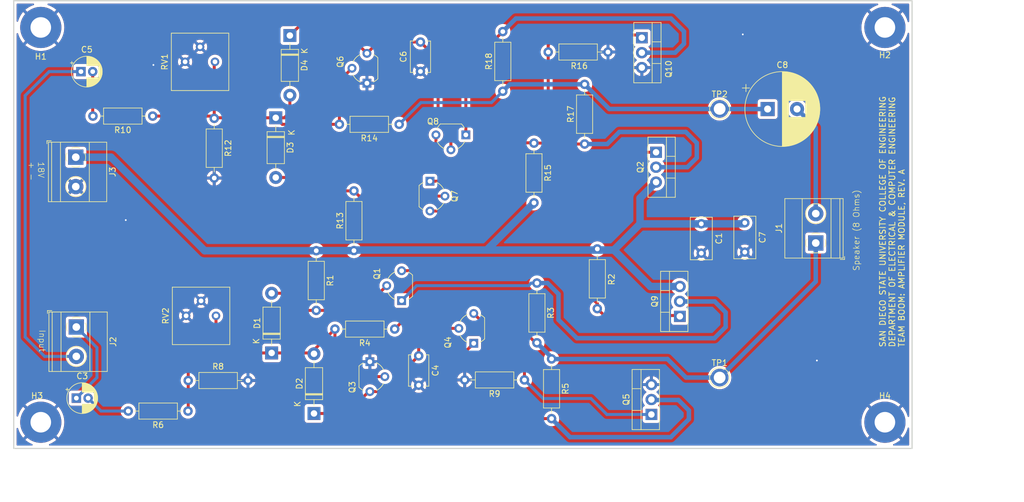
<source format=kicad_pcb>
(kicad_pcb (version 20240108) (generator "pcbnew") (generator_version "8.0")
  (title_block (title "Amplifier PCB") (date "2024-09-08") (rev "A") (company "Team BOOM"))
  (layers (0 "F.Cu" signal) (31 "B.Cu" signal) (34 "B.Paste" user) (35 "F.Paste" user) (36 "B.SilkS" user "B.Silkscreen") (37 "F.SilkS" user "F.Silkscreen") (38 "B.Mask" user) (39 "F.Mask" user) (44 "Edge.Cuts" user))
  (net 0 "")
  (net 1 "Net-(C8-Pad1)")
  (net 2 "Net-(Q10-C)")
  (net 3 "Net-(Q2-C)")
  (net 4 "GND")
  (net 5 "Net-(Q10-B)")
  (net 6 "Net-(D3-K)")
  (net 7 "/18V")
  (net 8 "Net-(D3-A)")
  (net 9 "Net-(C5-Pad2)")
  (net 10 "Net-(Q4-C)")
  (net 11 "Net-(D1-K)")
  (net 12 "Net-(C3-Pad2)")
  (net 13 "Net-(Q4-E)")
  (net 14 "Net-(D1-A)")
  (net 15 "Net-(Q1-C)")
  (net 16 "Net-(Q1-E)")
  (net 17 "Net-(Q2-B)")
  (net 18 "Net-(D4-K)")
  (net 19 "Net-(D2-K)")
  (net 20 "Net-(J2-Pin_2)")
  (net 21 "Net-(J2-Pin_1)")
  (net 22 "Net-(J1-Pin_2)")
  (net 23 "Net-(J1-Pin_1)")
  (footprint "Resistor_THT:R_Axial_DIN0207_L6.3mm_D2.5mm_P10.16mm_Horizontal" (layer "F.Cu") (at 68.12 127.265)
    (property "Reference" "R8" (at 5.08 -2.37 0) (layer "F.SilkS"))
    (property "Value" "1.3k")
    (pad "1" thru_hole circle (at 0 0) (size 1.6 1.6) (drill 0.8) (layers "*.Cu" "*.Mask") (net 11 "Net-(D1-K)"))
    (pad "2" thru_hole oval (at 10.16 0) (size 1.6 1.6) (drill 0.8) (layers "*.Cu" "*.Mask") (net 4 "GND"))
  )
  (footprint "Resistor_THT:R_Axial_DIN0207_L6.3mm_D2.5mm_P10.16mm_Horizontal" (layer "F.Cu") (at 103.98 83.665 180)
    (property "Reference" "R14" (at 5.08 -2.37 180) (layer "F.SilkS"))
    (property "Value" "12k")
    (pad "1" thru_hole circle (at 0 0 180) (size 1.6 1.6) (drill 0.8) (layers "*.Cu" "*.Mask") (net 1 "Net-(C8-Pad1)"))
    (pad "2" thru_hole oval (at 10.16 0 180) (size 1.6 1.6) (drill 0.8) (layers "*.Cu" "*.Mask") (net 6 "Net-(D3-K)"))
  )
  (footprint "TestPoint:TestPoint_Plated_Hole_D2.0mm" (layer "F.Cu") (at 158.4658 126.7648)
    (property "Reference" "TP1" (at 0 -2.498 0) (layer "F.SilkS"))
    (property "Value" "TestPoint")
    (pad "1" thru_hole circle (at 0 0) (size 3 3) (drill 2) (layers "*.Cu" "*.Mask") (net 23 "Net-(J1-Pin_1)"))
  )
  (footprint "Resistor_THT:R_Axial_DIN0207_L6.3mm_D2.5mm_P10.16mm_Horizontal" (layer "F.Cu") (at 72.5424 82.6516 -90)
    (property "Reference" "R12" (at 5.08 -2.37 -90) (layer "F.SilkS"))
    (property "Value" "1.3k")
    (pad "1" thru_hole circle (at 0 0 270) (size 1.6 1.6) (drill 0.8) (layers "*.Cu" "*.Mask") (net 6 "Net-(D3-K)"))
    (pad "2" thru_hole oval (at 10.16 0 270) (size 1.6 1.6) (drill 0.8) (layers "*.Cu" "*.Mask") (net 4 "GND"))
  )
  (footprint "Capacitor_THT:C_Rect_L7.0mm_W3.5mm_P5.00mm" (layer "F.Cu") (at 155.3464 100.598001 -90)
    (property "Reference" "C1" (at 2.5 -3 -90) (layer "F.SilkS"))
    (property "Value" "0.22Uf")
    (pad "1" thru_hole circle (at 0 0 270) (size 1.6 1.6) (drill 0.8) (layers "*.Cu" "*.Mask") (net 7 "/18V"))
    (pad "2" thru_hole circle (at 5 0 270) (size 1.6 1.6) (drill 0.8) (layers "*.Cu" "*.Mask") (net 4 "GND"))
  )
  (footprint "MountingHole:MountingHole_3.5mm_Pad" (layer "F.Cu") (at 43.053 67.183)
    (property "Reference" "H1" (at 0 4.953 0) (layer "F.SilkS"))
    (property "Value" "MountingHole_Pad")
    (pad "1" thru_hole circle (at 0 0) (size 7 7) (drill 3.5) (layers "*.Cu" "*.Mask") (net 4 "GND"))
  )
  (footprint "MountingHole:MountingHole_3.5mm_Pad" (layer "F.Cu") (at 43.053 134.366)
    (property "Reference" "H3" (at -0.635 -4.5 0) (layer "F.SilkS"))
    (property "Value" "MountingHole_Pad")
    (pad "1" thru_hole circle (at 0 0) (size 7 7) (drill 3.5) (layers "*.Cu" "*.Mask") (net 4 "GND"))
  )
  (footprint "Resistor_THT:R_Axial_DIN0207_L6.3mm_D2.5mm_P10.16mm_Horizontal" (layer "F.Cu") (at 126.9 86.865 -90)
    (property "Reference" "R15" (at 5.08 -2.37 -90) (layer "F.SilkS"))
    (property "Value" "10k")
    (pad "1" thru_hole circle (at 0 0 270) (size 1.6 1.6) (drill 0.8) (layers "*.Cu" "*.Mask") (net 17 "Net-(Q2-B)"))
    (pad "2" thru_hole oval (at 10.16 0 270) (size 1.6 1.6) (drill 0.8) (layers "*.Cu" "*.Mask") (net 7 "/18V"))
  )
  (footprint "TerminalBlock_Phoenix:TerminalBlock_Phoenix_MKDS-1,5-2_1x02_P5.00mm_Horizontal" (layer "F.Cu") (at 49 89.265 -90)
    (property "Reference" "J3" (at 2.5 -6.26 90) (layer "F.SilkS"))
    (property "Value" "Power Input")
    (pad "1" thru_hole rect (at 0 0 270) (size 2.6 2.6) (drill 1.3) (layers "*.Cu" "*.Mask") (net 7 "/18V"))
    (pad "2" thru_hole circle (at 5 0 270) (size 2.6 2.6) (drill 1.3) (layers "*.Cu" "*.Mask") (net 4 "GND"))
  )
  (footprint "MountingHole:MountingHole_3.5mm_Pad" (layer "F.Cu") (at 186.563 134.366)
    (property "Reference" "H4" (at 0 -4.5 0) (layer "F.SilkS"))
    (property "Value" "MountingHole_Pad")
    (pad "1" thru_hole circle (at 0 0) (size 7 7) (drill 3.5) (layers "*.Cu" "*.Mask") (net 4 "GND"))
  )
  (footprint "MountingHole:MountingHole_3.5mm_Pad" (layer "F.Cu") (at 186.563 67.183)
    (property "Reference" "H2" (at 0 4.699 0) (layer "F.SilkS"))
    (property "Value" "MountingHole_Pad")
    (pad "1" thru_hole circle (at 0 0) (size 7 7) (drill 3.5) (layers "*.Cu" "*.Mask") (net 4 "GND"))
  )
  (footprint "Resistor_THT:R_Axial_DIN0207_L6.3mm_D2.5mm_P10.16mm_Horizontal" (layer "F.Cu") (at 127.4 110.685 -90)
    (property "Reference" "R3" (at 5.08 -2.37 -90) (layer "F.SilkS"))
    (property "Value" "0.22")
    (pad "1" thru_hole circle (at 0 0 270) (size 1.6 1.6) (drill 0.8) (layers "*.Cu" "*.Mask") (net 16 "Net-(Q1-E)"))
    (pad "2" thru_hole oval (at 10.16 0 270) (size 1.6 1.6) (drill 0.8) (layers "*.Cu" "*.Mask") (net 23 "Net-(J1-Pin_1)"))
  )
  (footprint "Capacitor_THT:CP_Radial_D5.0mm_P2.00mm" (layer "F.Cu") (at 49.1 130.265)
    (property "Reference" "C3" (at 1 -3.75 0) (layer "F.SilkS"))
    (property "Value" "1Uf")
    (pad "1" thru_hole rect (at 0 0) (size 1.6 1.6) (drill 0.8) (layers "*.Cu" "*.Mask") (net 21 "Net-(J2-Pin_1)"))
    (pad "2" thru_hole circle (at 2 0) (size 1.6 1.6) (drill 0.8) (layers "*.Cu" "*.Mask") (net 12 "Net-(C3-Pad2)"))
  )
  (footprint "Package_TO_SOT_THT:TO-220-3_Vertical" (layer "F.Cu") (at 151.7 116.345 90)
    (property "Reference" "Q9" (at 2.54 -4.27 90) (layer "F.SilkS"))
    (property "Value" "QD45H8G")
    (pad "1" thru_hole rect (at 0 0 90) (size 1.905 2) (drill 1.1) (layers "*.Cu" "*.Mask") (net 15 "Net-(Q1-C)"))
    (pad "2" thru_hole oval (at 2.54 0 90) (size 1.905 2) (drill 1.1) (layers "*.Cu" "*.Mask") (net 16 "Net-(Q1-E)"))
    (pad "3" thru_hole oval (at 5.08 0 90) (size 1.905 2) (drill 1.1) (layers "*.Cu" "*.Mask") (net 7 "/18V"))
  )
  (footprint "Resistor_THT:R_Axial_DIN0207_L6.3mm_D2.5mm_P10.16mm_Horizontal" (layer "F.Cu") (at 137.668 115.0366 90)
    (property "Reference" "R2" (at 4.9716 2.432 90) (layer "F.SilkS"))
    (property "Value" "10k")
    (pad "1" thru_hole circle (at 0 0 90) (size 1.6 1.6) (drill 0.8) (layers "*.Cu" "*.Mask") (net 15 "Net-(Q1-C)"))
    (pad "2" thru_hole oval (at 10.16 0 90) (size 1.6 1.6) (drill 0.8) (layers "*.Cu" "*.Mask") (net 7 "/18V"))
  )
  (footprint "Capacitor_THT:CP_Radial_D5.0mm_P2.00mm" (layer "F.Cu") (at 49.8808 74.6948)
    (property "Reference" "C5" (at 1 -3.75 0) (layer "F.SilkS"))
    (property "Value" "1Uf")
    (pad "1" thru_hole rect (at 0 0) (size 1.6 1.6) (drill 0.8) (layers "*.Cu" "*.Mask") (net 20 "Net-(J2-Pin_2)"))
    (pad "2" thru_hole circle (at 2 0) (size 1.6 1.6) (drill 0.8) (layers "*.Cu" "*.Mask") (net 9 "Net-(C5-Pad2)"))
  )
  (footprint "Package_TO_SOT_THT:TO-92_Wide" (layer "F.Cu") (at 98.5 76.665 90)
    (property "Reference" "Q6" (at 3.64 -4.52 90) (layer "F.SilkS"))
    (property "Value" "2N3904")
    (pad "1" thru_hole rect (at 0 0 90) (size 1.5 1.5) (drill 0.8) (layers "*.Cu" "*.Mask") (net 4 "GND"))
    (pad "2" thru_hole circle (at 2.54 -2.54 90) (size 1.5 1.5) (drill 0.8) (layers "*.Cu" "*.Mask") (net 6 "Net-(D3-K)"))
    (pad "3" thru_hole circle (at 5.08 0 90) (size 1.5 1.5) (drill 0.8) (layers "*.Cu" "*.Mask") (net 18 "Net-(D4-K)"))
  )
  (footprint "Diode_THT:D_DO-41_SOD81_P10.16mm_Horizontal" (layer "F.Cu") (at 83 82.555 -90)
    (property "Reference" "D3" (at 5.08 -2.47 -90) (layer "F.SilkS"))
    (property "Value" "1N4148")
    (fp_text user "K" (at 2.51 -2.7 -90) (layer "F.SilkS"))
    (pad "1" thru_hole rect (at 0 0 270) (size 2.2 2.2) (drill 1.1) (layers "*.Cu" "*.Mask") (net 6 "Net-(D3-K)"))
    (pad "2" thru_hole oval (at 10.16 0 270) (size 2.2 2.2) (drill 1.1) (layers "*.Cu" "*.Mask") (net 8 "Net-(D3-A)"))
  )
  (footprint "Capacitor_THT:C_Disc_D5.1mm_W3.2mm_P5.00mm" (layer "F.Cu") (at 107.6 69.665 -90)
    (property "Reference" "C6" (at 2.5 2.9 -90) (layer "F.SilkS"))
    (property "Value" "1nF")
    (pad "1" thru_hole circle (at 0 0 270) (size 1.6 1.6) (drill 0.8) (layers "*.Cu" "*.Mask") (net 18 "Net-(D4-K)"))
    (pad "2" thru_hole circle (at 5 0 270) (size 1.6 1.6) (drill 0.8) (layers "*.Cu" "*.Mask") (net 4 "GND"))
  )
  (footprint "Resistor_THT:R_Axial_DIN0207_L6.3mm_D2.5mm_P10.16mm_Horizontal" (layer "F.Cu") (at 62.08 82.265 180)
    (property "Reference" "R10" (at 5.08 -2.37 180) (layer "F.SilkS"))
    (property "Value" "4.7k")
    (pad "1" thru_hole circle (at 0 0 180) (size 1.6 1.6) (drill 0.8) (layers "*.Cu" "*.Mask") (net 6 "Net-(D3-K)"))
    (pad "2" thru_hole oval (at 10.16 0 180) (size 1.6 1.6) (drill 0.8) (layers "*.Cu" "*.Mask") (net 9 "Net-(C5-Pad2)"))
  )
  (footprint "Package_TO_SOT_THT:TO-220-3_Vertical" (layer "F.Cu") (at 146.8628 133.0452 90)
    (property "Reference" "Q5" (at 2.54 -4.27 90) (layer "F.SilkS"))
    (property "Value" "QD44H8G")
    (pad "1" thru_hole rect (at 0 0 90) (size 1.905 2) (drill 1.1) (layers "*.Cu" "*.Mask") (net 10 "Net-(Q4-C)"))
    (pad "2" thru_hole oval (at 2.54 0 90) (size 1.905 2) (drill 1.1) (layers "*.Cu" "*.Mask") (net 13 "Net-(Q4-E)"))
    (pad "3" thru_hole oval (at 5.08 0 90) (size 1.905 2) (drill 1.1) (layers "*.Cu" "*.Mask") (net 4 "GND"))
  )
  (footprint "Capacitor_THT:C_Disc_D5.1mm_W3.2mm_P5.00mm" (layer "F.Cu") (at 107.3 123.065 -90)
    (property "Reference" "C4" (at 2.5 -2.85 -90) (layer "F.SilkS"))
    (property "Value" "1nF")
    (pad "1" thru_hole circle (at 0 0 270) (size 1.6 1.6) (drill 0.8) (layers "*.Cu" "*.Mask") (net 19 "Net-(D2-K)"))
    (pad "2" thru_hole circle (at 5 0 270) (size 1.6 1.6) (drill 0.8) (layers "*.Cu" "*.Mask") (net 4 "GND"))
  )
  (footprint "Resistor_THT:R_Axial_DIN0207_L6.3mm_D2.5mm_P10.16mm_Horizontal" (layer "F.Cu") (at 68.08 132.465 180)
    (property "Reference" "R6" (at 5.08 -2.37 180) (layer "F.SilkS"))
    (property "Value" "4.7k")
    (pad "1" thru_hole circle (at 0 0 180) (size 1.6 1.6) (drill 0.8) (layers "*.Cu" "*.Mask") (net 11 "Net-(D1-K)"))
    (pad "2" thru_hole oval (at 10.16 0 180) (size 1.6 1.6) (drill 0.8) (layers "*.Cu" "*.Mask") (net 12 "Net-(C3-Pad2)"))
  )
  (footprint "Package_TO_SOT_THT:TO-220-3_Vertical" (layer "F.Cu") (at 145.2372 68.9356 -90)
    (property "Reference" "Q10" (at 5.3294 -4.5628 90) (layer "F.SilkS"))
    (property "Value" "QD44H8G")
    (pad "1" thru_hole rect (at 0 0 270) (size 1.905 2) (drill 1.1) (layers "*.Cu" "*.Mask") (net 5 "Net-(Q10-B)"))
    (pad "2" thru_hole oval (at 2.54 0 270) (size 1.905 2) (drill 1.1) (layers "*.Cu" "*.Mask") (net 2 "Net-(Q10-C)"))
    (pad "3" thru_hole oval (at 5.08 0 270) (size 1.905 2) (drill 1.1) (layers "*.Cu" "*.Mask") (net 4 "GND"))
  )
  (footprint "Potentiometer_THT:Potentiometer_Bourns_3386P_Vertical" (layer "F.Cu") (at 72.6694 73.025 90)
    (property "Reference" "RV1" (at -0.015 -8.555 90) (layer "F.SilkS"))
    (property "Value" "R_Potentiometer")
    (pad "1" thru_hole circle (at 0 0 90) (size 1.44 1.44) (drill 0.8) (layers "*.Cu" "*.Mask") (net 6 "Net-(D3-K)"))
    (pad "2" thru_hole circle (at 2.54 -2.54 90) (size 1.44 1.44) (drill 0.8) (layers "*.Cu" "*.Mask") (net 4 "GND"))
    (pad "3" thru_hole circle (at 0 -5.08 90) (size 1.44 1.44) (drill 0.8) (layers "*.Cu" "*.Mask") (net 4 "GND"))
  )
  (footprint "Capacitor_THT:C_Rect_L7.0mm_W3.5mm_P5.00mm" (layer "F.Cu") (at 162.7456 100.418201 -90)
    (property "Reference" "C7" (at 2.5 -3 -90) (layer "F.SilkS"))
    (property "Value" "0.22Uf")
    (pad "1" thru_hole circle (at 0 0 270) (size 1.6 1.6) (drill 0.8) (layers "*.Cu" "*.Mask") (net 7 "/18V"))
    (pad "2" thru_hole circle (at 5 0 270) (size 1.6 1.6) (drill 0.8) (layers "*.Cu" "*.Mask") (net 4 "GND"))
  )
  (footprint "Resistor_THT:R_Axial_DIN0207_L6.3mm_D2.5mm_P10.16mm_Horizontal" (layer "F.Cu") (at 129.32 71.365)
    (property "Reference" "R16" (at 5.2746 2.3712 0) (layer "F.SilkS"))
    (property "Value" "10k")
    (pad "1" thru_hole circle (at 0 0) (size 1.6 1.6) (drill 0.8) (layers "*.Cu" "*.Mask") (net 5 "Net-(Q10-B)"))
    (pad "2" thru_hole oval (at 10.16 0) (size 1.6 1.6) (drill 0.8) (layers "*.Cu" "*.Mask") (net 4 "GND"))
  )
  (footprint "Diode_THT:D_DO-41_SOD81_P10.16mm_Horizontal" (layer "F.Cu") (at 82.3 122.575 90)
    (property "Reference" "D1" (at 5.08 -2.47 90) (layer "F.SilkS"))
    (property "Value" "1N4148")
    (fp_text user "K" (at 2.01 -2.6 90) (layer "F.SilkS"))
    (pad "1" thru_hole rect (at 0 0 90) (size 2.2 2.2) (drill 1.1) (layers "*.Cu" "*.Mask") (net 11 "Net-(D1-K)"))
    (pad "2" thru_hole oval (at 10.16 0 90) (size 2.2 2.2) (drill 1.1) (layers "*.Cu" "*.Mask") (net 14 "Net-(D1-A)"))
  )
  (footprint "Resistor_THT:R_Axial_DIN0207_L6.3mm_D2.5mm_P10.16mm_Horizontal" (layer "F.Cu") (at 125.28 127.165 180)
    (property "Reference" "R9" (at 5.08 -2.37 180) (layer "F.SilkS"))
    (property "Value" "10k")
    (pad "1" thru_hole circle (at 0 0 180) (size 1.6 1.6) (drill 0.8) (layers "*.Cu" "*.Mask") (net 10 "Net-(Q4-C)"))
    (pad "2" thru_hole oval (at 10.16 0 180) (size 1.6 1.6) (drill 0.8) (layers "*.Cu" "*.Mask") (net 4 "GND"))
  )
  (footprint "TerminalBlock_Phoenix:TerminalBlock_Phoenix_MKDS-1,5-2_1x02_P5.00mm_Horizontal" (layer "F.Cu") (at 174.805 103.865 90)
    (property "Reference" "J1" (at 2.5 -6.26 90) (layer "F.SilkS"))
    (property "Value" "Speaker")
    (pad "1" thru_hole rect (at 0 0 90) (size 2.6 2.6) (drill 1.3) (layers "*.Cu" "*.Mask") (net 23 "Net-(J1-Pin_1)"))
    (pad "2" thru_hole circle (at 5 0 90) (size 2.6 2.6) (drill 1.3) (layers "*.Cu" "*.Mask") (net 22 "Net-(J1-Pin_2)"))
  )
  (footprint "Package_TO_SOT_THT:TO-92_Wide" (layer "F.Cu") (at 115.316 85.463 180)
    (property "Reference" "Q8" (at 5.588 2.278 0) (layer "F.SilkS"))
    (property "Value" "2N3906")
    (pad "1" thru_hole rect (at 0 0 180) (size 1.5 1.5) (drill 0.8) (layers "*.Cu" "*.Mask") (net 2 "Net-(Q10-C)"))
    (pad "2" thru_hole circle (at 2.54 -2.54 180) (size 1.5 1.5) (drill 0.8) (layers "*.Cu" "*.Mask") (net 18 "Net-(D4-K)"))
    (pad "3" thru_hole circle (at 5.08 0 180) (size 1.5 1.5) (drill 0.8) (layers "*.Cu" "*.Mask") (net 5 "Net-(Q10-B)"))
  )
  (footprint "Resistor_THT:R_Axial_DIN0207_L6.3mm_D2.5mm_P10.16mm_Horizontal" (layer "F.Cu") (at 121.6 78.045 90)
    (property "Reference" "R18" (at 5.08 -2.37 90) (layer "F.SilkS"))
    (property "Value" "0.22")
    (pad "1" thru_hole circle (at 0 0 90) (size 1.6 1.6) (drill 0.8) (layers "*.Cu" "*.Mask") (net 1 "Net-(C8-Pad1)"))
    (pad "2" thru_hole oval (at 10.16 0 90) (size 1.6 1.6) (drill 0.8) (layers "*.Cu" "*.Mask") (net 2 "Net-(Q10-C)"))
  )
  (footprint "Potentiometer_THT:Potentiometer_Bourns_3386P_Vertical" (layer "F.Cu") (at 72.84 116.25 90)
    (property "Reference" "RV2" (at -0.015 -8.555 90) (layer "F.SilkS"))
    (property "Value" "R_Potentiometer")
    (pad "1" thru_hole circle (at 0 0 90) (size 1.44 1.44) (drill 0.8) (layers "*.Cu" "*.Mask") (net 11 "Net-(D1-K)"))
    (pad "2" thru_hole circle (at 2.54 -2.54 90) (size 1.44 1.44) (drill 0.8) (layers "*.Cu" "*.Mask") (net 4 "GND"))
    (pad "3" thru_hole circle (at 0 -5.08 90) (size 1.44 1.44) (drill 0.8) (layers "*.Cu" "*.Mask") (net 4 "GND"))
  )
  (footprint "Package_TO_SOT_THT:TO-92_Wide" (layer "F.Cu") (at 104.402 113.665 90)
    (property "Reference" "Q1" (at 4.572 -4.19 90) (layer "F.SilkS"))
    (property "Value" "2N3904")
    (pad "1" thru_hole rect (at 0 0 90) (size 1.5 1.5) (drill 0.8) (layers "*.Cu" "*.Mask") (net 16 "Net-(Q1-E)"))
    (pad "2" thru_hole circle (at 2.54 -2.54 90) (size 1.5 1.5) (drill 0.8) (layers "*.Cu" "*.Mask") (net 14 "Net-(D1-A)"))
    (pad "3" thru_hole circle (at 5.08 0 90) (size 1.5 1.5) (drill 0.8) (layers "*.Cu" "*.Mask") (net 15 "Net-(Q1-C)"))
  )
  (footprint "Resistor_THT:R_Axial_DIN0207_L6.3mm_D2.5mm_P10.16mm_Horizontal" (layer "F.Cu") (at 135.509 87.0204 90)
    (property "Reference" "R17" (at 5.08 -2.37 90) (layer "F.SilkS"))
    (property "Value" "0.22")
    (pad "1" thru_hole circle (at 0 0 90) (size 1.6 1.6) (drill 0.8) (layers "*.Cu" "*.Mask") (net 3 "Net-(Q2-C)"))
    (pad "2" thru_hole oval (at 10.16 0 90) (size 1.6 1.6) (drill 0.8) (layers "*.Cu" "*.Mask") (net 1 "Net-(C8-Pad1)"))
  )
  (footprint "TestPoint:TestPoint_Plated_Hole_D2.0mm" (layer "F.Cu") (at 158.4658 81.0448)
    (property "Reference" "TP2" (at 0 -2.498 0) (layer "F.SilkS"))
    (property "Value" "TestPoint")
    (pad "1" thru_hole circle (at 0 0) (size 3 3) (drill 2) (layers "*.Cu" "*.Mask") (net 1 "Net-(C8-Pad1)"))
  )
  (footprint "Resistor_THT:R_Axial_DIN0207_L6.3mm_D2.5mm_P10.16mm_Horizontal" (layer "F.Cu") (at 89.8858 105.1748 -90)
    (property "Reference" "R1" (at 5.08 -2.37 -90) (layer "F.SilkS"))
    (property "Value" "4.7k")
    (pad "1" thru_hole circle (at 0 0 270) (size 1.6 1.6) (drill 0.8) (layers "*.Cu" "*.Mask") (net 7 "/18V"))
    (pad "2" thru_hole oval (at 10.16 0 270) (size 1.6 1.6) (drill 0.8) (layers "*.Cu" "*.Mask") (net 14 "Net-(D1-A)"))
  )
  (footprint "Package_TO_SOT_THT:TO-92_Wide" (layer "F.Cu") (at 109.22 93.345 -90)
    (property "Reference" "Q7" (at 2.55 -4.19 -90) (layer "F.SilkS"))
    (property "Value" "2N3904")
    (pad "1" thru_hole rect (at 0 0 270) (size 1.5 1.5) (drill 0.8) (layers "*.Cu" "*.Mask") (net 3 "Net-(Q2-C)"))
    (pad "2" thru_hole circle (at 2.54 -2.54 270) (size 1.5 1.5) (drill 0.8) (layers "*.Cu" "*.Mask") (net 8 "Net-(D3-A)"))
    (pad "3" thru_hole circle (at 5.08 0 270) (size 1.5 1.5) (drill 0.8) (layers "*.Cu" "*.Mask") (net 17 "Net-(Q2-B)"))
  )
  (footprint "TerminalBlock_Phoenix:TerminalBlock_Phoenix_MKDS-1,5-2_1x02_P5.00mm_Horizontal" (layer "F.Cu") (at 49.095 118.165 -90)
    (property "Reference" "J2" (at 2.5 -6.26 90) (layer "F.SilkS"))
    (property "Value" "Input Terminals")
    (pad "1" thru_hole rect (at 0 0 270) (size 2.6 2.6) (drill 1.3) (layers "*.Cu" "*.Mask") (net 21 "Net-(J2-Pin_1)"))
    (pad "2" thru_hole circle (at 5 0 270) (size 2.6 2.6) (drill 1.3) (layers "*.Cu" "*.Mask") (net 20 "Net-(J2-Pin_2)"))
  )
  (footprint "Diode_THT:D_DO-41_SOD81_P10.16mm_Horizontal" (layer "F.Cu") (at 85.4 68.555 -90)
    (property "Reference" "D4" (at 5.08 -2.47 -90) (layer "F.SilkS"))
    (property "Value" "1N4148")
    (fp_text user "K" (at 2.61 -2.5 -90) (layer "F.SilkS"))
    (pad "1" thru_hole rect (at 0 0 270) (size 2.2 2.2) (drill 1.1) (layers "*.Cu" "*.Mask") (net 18 "Net-(D4-K)"))
    (pad "2" thru_hole oval (at 10.16 0 270) (size 2.2 2.2) (drill 1.1) (layers "*.Cu" "*.Mask") (net 6 "Net-(D3-K)"))
  )
  (footprint "Package_TO_SOT_THT:TO-92_Wide" (layer "F.Cu") (at 99 124.065 -90)
    (property "Reference" "Q3" (at 4.332 2.988 -90) (layer "F.SilkS"))
    (property "Value" "2N3904")
    (pad "1" thru_hole rect (at 0 0 270) (size 1.5 1.5) (drill 0.8) (layers "*.Cu" "*.Mask") (net 4 "GND"))
    (pad "2" thru_hole circle (at 2.54 -2.54 270) (size 1.5 1.5) (drill 0.8) (layers "*.Cu" "*.Mask") (net 11 "Net-(D1-K)"))
    (pad "3" thru_hole circle (at 5.08 0 270) (size 1.5 1.5) (drill 0.8) (layers "*.Cu" "*.Mask") (net 19 "Net-(D2-K)"))
  )
  (footprint "Capacitor_THT:CP_Radial_D12.5mm_P5.00mm" (layer "F.Cu") (at 166.626041 81.065)
    (property "Reference" "C8" (at 2.5 -7.5 0) (layer "F.SilkS"))
    (property "Value" "1000uF")
    (pad "1" thru_hole rect (at 0 0) (size 2.4 2.4) (drill 1.2) (layers "*.Cu" "*.Mask") (net 1 "Net-(C8-Pad1)"))
    (pad "2" thru_hole circle (at 5 0) (size 2.4 2.4) (drill 1.2) (layers "*.Cu" "*.Mask") (net 22 "Net-(J1-Pin_2)"))
  )
  (footprint "Package_TO_SOT_THT:TO-92_Wide" (layer "F.Cu") (at 116.66 120.935 90)
    (property "Reference" "Q4" (at 0.158 -4.392 90) (layer "F.SilkS"))
    (property "Value" "2N3906")
    (pad "1" thru_hole rect (at 0 0 90) (size 1.5 1.5) (drill 0.8) (layers "*.Cu" "*.Mask") (net 13 "Net-(Q4-E)"))
    (pad "2" thru_hole circle (at 2.54 -2.54 90) (size 1.5 1.5) (drill 0.8) (layers "*.Cu" "*.Mask") (net 19 "Net-(D2-K)"))
    (pad "3" thru_hole circle (at 5.08 0 90) (size 1.5 1.5) (drill 0.8) (layers "*.Cu" "*.Mask") (net 10 "Net-(Q4-C)"))
  )
  (footprint "Resistor_THT:R_Axial_DIN0207_L6.3mm_D2.5mm_P10.16mm_Horizontal" (layer "F.Cu") (at 96.2914 105.156 90)
    (property "Reference" "R13" (at 5.08 -2.37 90) (layer "F.SilkS"))
    (property "Value" "4.7k")
    (pad "1" thru_hole circle (at 0 0 90) (size 1.6 1.6) (drill 0.8) (layers "*.Cu" "*.Mask") (net 7 "/18V"))
    (pad "2" thru_hole oval (at 10.16 0 90) (size 1.6 1.6) (drill 0.8) (layers "*.Cu" "*.Mask") (net 8 "Net-(D3-A)"))
  )
  (footprint "Resistor_THT:R_Axial_DIN0207_L6.3mm_D2.5mm_P10.16mm_Horizontal" (layer "F.Cu") (at 129.8908 123.5898 -90)
    (property "Reference" "R5" (at 5.08 -2.37 -90) (layer "F.SilkS"))
    (property "Value" "0.22")
    (pad "1" thru_hole circle (at 0 0 270) (size 1.6 1.6) (drill 0.8) (layers "*.Cu" "*.Mask") (net 23 "Net-(J1-Pin_1)"))
    (pad "2" thru_hole oval (at 10.16 0 270) (size 1.6 1.6) (drill 0.8) (layers "*.Cu" "*.Mask") (net 13 "Net-(Q4-E)"))
  )
  (footprint "Resistor_THT:R_Axial_DIN0207_L6.3mm_D2.5mm_P10.16mm_Horizontal" (layer "F.Cu") (at 103.2208 118.5098 180)
    (property "Reference" "R4" (at 5.08 -2.37 180) (layer "F.SilkS"))
    (property "Value" "12k")
    (pad "1" thru_hole circle (at 0 0 180) (size 1.6 1.6) (drill 0.8) (layers "*.Cu" "*.Mask") (net 23 "Net-(J1-Pin_1)"))
    (pad "2" thru_hole oval (at 10.16 0 180) (size 1.6 1.6) (drill 0.8) (layers "*.Cu" "*.Mask") (net 11 "Net-(D1-K)"))
  )
  (footprint "Diode_THT:D_DO-41_SOD81_P10.16mm_Horizontal" (layer "F.Cu") (at 89.5 132.875 90)
    (property "Reference" "D2" (at 5.08 -2.47 90) (layer "F.SilkS"))
    (property "Value" "1N4148")
    (fp_text user "K" (at 1.61 -2.8 90) (layer "F.SilkS"))
    (pad "1" thru_hole rect (at 0 0 90) (size 2.2 2.2) (drill 1.1) (layers "*.Cu" "*.Mask") (net 19 "Net-(D2-K)"))
    (pad "2" thru_hole oval (at 10.16 0 90) (size 2.2 2.2) (drill 1.1) (layers "*.Cu" "*.Mask") (net 11 "Net-(D1-K)"))
  )
  (footprint "Package_TO_SOT_THT:TO-220-3_Vertical" (layer "F.Cu") (at 147.655 88.425 -90)
    (property "Reference" "Q2" (at 2.54 2.655 90) (layer "F.SilkS"))
    (property "Value" "QD45H8G")
    (pad "1" thru_hole rect (at 0 0 270) (size 1.905 2) (drill 1.1) (layers "*.Cu" "*.Mask") (net 17 "Net-(Q2-B)"))
    (pad "2" thru_hole oval (at 2.54 0 270) (size 1.905 2) (drill 1.1) (layers "*.Cu" "*.Mask") (net 3 "Net-(Q2-C)"))
    (pad "3" thru_hole oval (at 5.08 0 270) (size 1.905 2) (drill 1.1) (layers "*.Cu" "*.Mask") (net 7 "/18V"))
  )
  (gr_rect (start 38.4508 62.6298) (end 191.1808 138.8298) (stroke (width 0.2)) (fill none) (layer "Edge.Cuts"))
  (gr_text "SAN DIEGO STATE UNIVERSITY COLLEGE OF ENGINEERING\nDEPARTMENT OF ELECTRICAL & COMPUTER ENGINEERING\nTEAM BOOM: AMPLIFIER MODULE, REV. A" (at 189.992 121.666 90) (layer "F.SilkS") (effects (font (size 1 1)) (justify left bottom)))
  (gr_text "18V\n+ -" (at 40.9 89.965 270) (layer "F.SilkS") (effects (font (size 1 1) (thickness 0.1)) (justify left bottom)))
  (gr_text "Speaker (8 Ohms)" (at 182.3 108.665 90) (layer "F.SilkS") (effects (font (size 1 1) (thickness 0.1)) (justify left bottom)))
  (gr_text "Input" (at 42.7 118.565 -90) (layer "F.SilkS") (effects (font (size 1 1) (thickness 0.1)) (justify left bottom)))
  (segment (start 166.626041 81.065) (end 158.486 81.065) (width 0.762) (layer "B.Cu") (net 1))
  (segment (start 139.7 81.0514) (end 135.509 76.8604) (width 0.762) (layer "B.Cu") (net 1))
  (segment (start 119.68 79.965) (end 107.68 79.965) (width 0.508) (layer "B.Cu") (net 1))
  (segment (start 122.7846 76.8604) (end 121.6 78.045) (width 0.762) (layer "B.Cu") (net 1))
  (segment (start 158.4724 81.0514) (end 139.7 81.0514) (width 0.762) (layer "B.Cu") (net 1))
  (segment (start 121.6 78.045) (end 119.68 79.965) (width 0.508) (layer "B.Cu") (net 1))
  (segment (start 158.486 81.065) (end 158.4724 81.0514) (width 0.2) (layer "B.Cu") (net 1))
  (segment (start 107.68 79.965) (end 103.98 83.665) (width 0.508) (layer "B.Cu") (net 1))
  (segment (start 158.486 81.065) (end 158.4658 81.0448) (width 0.2) (layer "B.Cu") (net 1))
  (segment (start 135.509 76.8604) (end 122.7846 76.8604) (width 0.762) (layer "B.Cu") (net 1))
  (segment (start 115.316 74.169) (end 115.316 85.463) (width 0.508) (layer "F.Cu") (net 2))
  (segment (start 121.6 67.885) (end 115.316 74.169) (width 0.508) (layer "F.Cu") (net 2))
  (segment (start 145.2372 71.4756) (end 150.8894 71.4756) (width 0.762) (layer "B.Cu") (net 2))
  (segment (start 152.4 69.965) (end 152.4 67.865) (width 0.762) (layer "B.Cu") (net 2))
  (segment (start 152.4 67.865) (end 150.2 65.665) (width 0.762) (layer "B.Cu") (net 2))
  (segment (start 123.82 65.665) (end 121.6 67.885) (width 0.762) (layer "B.Cu") (net 2))
  (segment (start 150.8894 71.4756) (end 152.4 69.965) (width 0.762) (layer "B.Cu") (net 2))
  (segment (start 150.2 65.665) (end 123.82 65.665) (width 0.762) (layer "B.Cu") (net 2))
  (segment (start 124.9172 83.2358) (end 129.4384 83.2358) (width 0.508) (layer "F.Cu") (net 3))
  (segment (start 109.22 93.345) (end 114.808 93.345) (width 0.508) (layer "F.Cu") (net 3))
  (segment (start 129.4384 83.2358) (end 133.223 87.0204) (width 0.508) (layer "F.Cu") (net 3))
  (segment (start 114.808 93.345) (end 124.9172 83.2358) (width 0.508) (layer "F.Cu") (net 3))
  (segment (start 133.223 87.0204) (end 135.509 87.0204) (width 0.508) (layer "F.Cu") (net 3))
  (segment (start 152.7068 84.965) (end 154.5844 86.8426) (width 0.762) (layer "B.Cu") (net 3))
  (segment (start 141.4252 84.965) (end 152.7068 84.965) (width 0.762) (layer "B.Cu") (net 3))
  (segment (start 154.5844 89.3572) (end 152.9766 90.965) (width 0.762) (layer "B.Cu") (net 3))
  (segment (start 154.5844 86.8426) (end 154.5844 89.3572) (width 0.762) (layer "B.Cu") (net 3))
  (segment (start 135.509 87.0204) (end 139.3698 87.0204) (width 0.762) (layer "B.Cu") (net 3))
  (segment (start 152.9766 90.965) (end 147.655 90.965) (width 0.762) (layer "B.Cu") (net 3))
  (segment (start 139.3698 87.0204) (end 141.4252 84.965) (width 0.762) (layer "B.Cu") (net 3))
  (via (at 62.2 73.565) (size 0.6) (drill 0.3) (layers "F.Cu" "B.Cu") (net 4))
  (via (at 175 123.865) (size 0.6) (drill 0.3) (layers "F.Cu" "B.Cu") (net 4))
  (via (at 162.4 68.365) (size 0.6) (drill 0.3) (layers "F.Cu" "B.Cu") (net 4))
  (via (at 57.5 99.965) (size 0.6) (drill 0.3) (layers "F.Cu" "B.Cu") (net 4))
  (segment (start 110.236 88.773) (end 110.236 85.463) (width 0.508) (layer "F.Cu") (net 5))
  (segment (start 114.168 90.297) (end 111.76 90.297) (width 0.508) (layer "F.Cu") (net 5))
  (segment (start 144.7666 68.465) (end 131 68.465) (width 0.508) (layer "F.Cu") (net 5))
  (segment (start 129.32 78.145) (end 126.4 81.065) (width 0.508) (layer "F.Cu") (net 5))
  (segment (start 131 68.465) (end 129.32 70.145) (width 0.508) (layer "F.Cu") (net 5))
  (segment (start 129.32 71.365) (end 129.32 78.145) (width 0.508) (layer "F.Cu") (net 5))
  (segment (start 129.32 70.145) (end 129.32 71.365) (width 0.508) (layer "F.Cu") (net 5))
  (segment (start 111.76 90.297) (end 110.236 88.773) (width 0.508) (layer "F.Cu") (net 5))
  (segment (start 145.2372 68.9356) (end 144.7666 68.465) (width 0.508) (layer "F.Cu") (net 5))
  (segment (start 126.4 81.065) (end 123.4 81.065) (width 0.508) (layer "F.Cu") (net 5))
  (segment (start 123.4 81.065) (end 114.168 90.297) (width 0.508) (layer "F.Cu") (net 5))
  (segment (start 84.45 82.555) (end 85.4 81.605) (width 0.508) (layer "F.Cu") (net 6))
  (segment (start 93.82 76.265) (end 95.96 74.125) (width 0.508) (layer "F.Cu") (net 6))
  (segment (start 83 82.555) (end 72.639 82.555) (width 0.508) (layer "F.Cu") (net 6))
  (segment (start 83 82.555) (end 84.45 82.555) (width 0.508) (layer "F.Cu") (net 6))
  (segment (start 93.82 83.665) (end 93.82 76.265) (width 0.508) (layer "F.Cu") (net 6))
  (segment (start 85.4 81.605) (end 85.4 78.715) (width 0.508) (layer "F.Cu") (net 6))
  (segment (start 93.82 83.665) (end 84.11 83.665) (width 0.508) (layer "F.Cu") (net 6))
  (segment (start 72.639 82.555) (end 72.5424 82.6516) (width 0.508) (layer "F.Cu") (net 6))
  (segment (start 72.5424 82.6516) (end 72.1558 82.265) (width 0.508) (layer "F.Cu") (net 6))
  (segment (start 72.5424 82.6516) (end 72.5424 72.8) (width 0.508) (layer "F.Cu") (net 6))
  (segment (start 72.1558 82.265) (end 62.08 82.265) (width 0.508) (layer "F.Cu") (net 6))
  (segment (start 72.5424 72.8) (end 72.56 72.7824) (width 0.508) (layer "F.Cu") (net 6))
  (segment (start 84.11 83.665) (end 83 82.555) (width 0.508) (layer "F.Cu") (net 6))
  (segment (start 96.3824 105.065) (end 117.809 105.065) (width 1.27) (layer "B.Cu") (net 7))
  (segment (start 126.9 97.025) (end 118.86 105.065) (width 1.27) (layer "B.Cu") (net 7))
  (segment (start 137.8564 105.065) (end 140.4768 105.065) (width 1.27) (layer "B.Cu") (net 7))
  (segment (start 155.3464 100.598001) (end 162.5658 100.598001) (width 1.27) (layer "B.Cu") (net 7))
  (segment (start 146.7 111.265) (end 140.5 105.065) (width 1.27) (layer "B.Cu") (net 7))
  (segment (start 89.9046 105.156) (end 96.2914 105.156) (width 1.27) (layer "B.Cu") (net 7))
  (segment (start 140.5 105.065) (end 137.8564 105.065) (width 1.27) (layer "B.Cu") (net 7))
  (segment (start 137.4796 105.065) (end 137.668 104.8766) (width 1.27) (layer "B.Cu") (net 7))
  (segment (start 70.9098 105.1748) (end 55 89.265) (width 1.27) (layer "B.Cu") (net 7))
  (segment (start 126.9 97.6138) (end 126.9 97.025) (width 0.762) (layer "B.Cu") (net 7))
  (segment (start 89.8858 105.1748) (end 70.9098 105.1748) (width 1.27) (layer "B.Cu") (net 7))
  (segment (start 137.668 104.8766) (end 137.8564 105.065) (width 1.27) (layer "B.Cu") (net 7))
  (segment (start 117.991 105.065) (end 137.4796 105.065) (width 1.27) (layer "B.Cu") (net 7))
  (segment (start 151.7 111.265) (end 146.7 111.265) (width 1.27) (layer "B.Cu") (net 7))
  (segment (start 89.8672 105.1934) (end 89.9046 105.156) (width 0.762) (layer "B.Cu") (net 7))
  (segment (start 144.9324 96.2276) (end 147.655 93.505) (width 1.27) (layer "B.Cu") (net 7))
  (segment (start 118.86 105.065) (end 117.991 105.065) (width 0.762) (layer "B.Cu") (net 7))
  (segment (start 89.8672 105.1934) (end 89.8858 105.1748) (width 0.762) (layer "B.Cu") (net 7))
  (segment (start 144.9324 100.6094) (end 155.335001 100.6094) (width 1.27) (layer "B.Cu") (net 7))
  (segment (start 162.5658 100.598001) (end 162.7456 100.418201) (width 0.2) (layer "B.Cu") (net 7))
  (segment (start 96.2914 105.156) (end 96.3824 105.065) (width 1.27) (layer "B.Cu") (net 7))
  (segment (start 155.335001 100.6094) (end 155.3464 100.598001) (width 0.762) (layer "B.Cu") (net 7))
  (segment (start 140.4768 105.065) (end 144.9324 100.6094) (width 1.27) (layer "B.Cu") (net 7))
  (segment (start 55 89.265) (end 49 89.265) (width 1.27) (layer "B.Cu") (net 7))
  (segment (start 144.9324 100.6094) (end 144.9324 96.2276) (width 1.27) (layer "B.Cu") (net 7))
  (segment (start 96.2914 94.996) (end 91.567 94.996) (width 0.508) (layer "F.Cu") (net 8))
  (segment (start 111.76 95.885) (end 97.1804 95.885) (width 0.508) (layer "F.Cu") (net 8))
  (segment (start 97.1804 95.885) (end 96.2914 94.996) (width 0.508) (layer "F.Cu") (net 8))
  (segment (start 91.567 94.996) (end 89.286 92.715) (width 0.508) (layer "F.Cu") (net 8))
  (segment (start 89.286 92.715) (end 83 92.715) (width 0.508) (layer "F.Cu") (net 8))
  (segment (start 51.8808 82.2042) (end 51.82 82.265) (width 0.508) (layer "F.Cu") (net 9))
  (segment (start 51.8808 74.6948) (end 51.8808 82.2258) (width 0.508) (layer "F.Cu") (net 9))
  (segment (start 51.8808 82.2258) (end 51.92 82.265) (width 0.508) (layer "F.Cu") (net 9))
  (segment (start 51.9 74.714) (end 51.8808 74.6948) (width 0.508) (layer "F.Cu") (net 9))
  (segment (start 116.99 115.855) (end 116.66 115.855) (width 0.508) (layer "F.Cu") (net 10))
  (segment (start 125.28 127.165) (end 125.28 124.475) (width 0.508) (layer "F.Cu") (net 10))
  (segment (start 125.28 124.475) (end 116.66 115.855) (width 0.508) (layer "F.Cu") (net 10))
  (segment (start 139.2936 133.0452) (end 136.5758 130.3274) (width 0.508) (layer "B.Cu") (net 10))
  (segment (start 126.7714 128.651) (end 126.766 128.651) (width 0.2) (layer "B.Cu") (net 10))
  (segment (start 146.8628 133.0452) (end 139.2936 133.0452) (width 0.508) (layer "B.Cu") (net 10))
  (segment (start 128.4478 130.3274) (end 126.7714 128.651) (width 0.508) (layer "B.Cu") (net 10))
  (segment (start 126.766 128.651) (end 125.28 127.165) (width 0.508) (layer "B.Cu") (net 10))
  (segment (start 136.5758 130.3274) (end 128.4478 130.3274) (width 0.508) (layer "B.Cu") (net 10))
  (segment (start 82.2292 122.5042) (end 82.3 122.575) (width 0.508) (layer "F.Cu") (net 11))
  (segment (start 82.3 122.575) (end 89.36 122.575) (width 0.508) (layer "F.Cu") (net 11))
  (segment (start 68.12 127.265) (end 68.12 132.425) (width 0.508) (layer "F.Cu") (net 11))
  (segment (start 68.12 132.425) (end 68.08 132.465) (width 0.508) (layer "F.Cu") (net 11))
  (segment (start 68.12 124.445) (end 68.12 127.265) (width 0.508) (layer "F.Cu") (net 11))
  (segment (start 82.3 122.575) (end 72.81 122.575) (width 0.508) (layer "F.Cu") (net 11))
  (segment (start 95.744 126.605) (end 101.54 126.605) (width 0.508) (layer "F.Cu") (net 11))
  (segment (start 69.99 122.575) (end 68.12 124.445) (width 0.508) (layer "F.Cu") (net 11))
  (segment (start 72.81 122.575) (end 69.99 122.575) (width 0.508) (layer "F.Cu") (net 11))
  (segment (start 89.5 122.715) (end 89.5 122.0706) (width 0.508) (layer "F.Cu") (net 11))
  (segment (start 68.12 127.265) (end 68.12 126.7742) (width 0.508) (layer "F.Cu") (net 11))
  (segment (start 89.5 122.0706) (end 93.0608 118.5098) (width 0.508) (layer "F.Cu") (net 11))
  (segment (start 72.84 116.25) (end 72.84 122.545) (width 0.508) (layer "F.Cu") (net 11))
  (segment (start 72.84 122.545) (end 72.81 122.575) (width 0.508) (layer "F.Cu") (net 11))
  (segment (start 93.0608 118.5098) (end 93.0608 123.9218) (width 0.508) (layer "F.Cu") (net 11))
  (segment (start 89.36 122.575) (end 89.5 122.715) (width 0.508) (layer "F.Cu") (net 11))
  (segment (start 93.0608 123.9218) (end 95.744 126.605) (width 0.508) (layer "F.Cu") (net 11))
  (segment (start 51.1 130.265) (end 53.3 132.465) (width 0.508) (layer "B.Cu") (net 12))
  (segment (start 53.3 132.465) (end 57.92 132.465) (width 0.508) (layer "B.Cu") (net 12))
  (segment (start 112.5 132.365) (end 113.8848 133.7498) (width 0.508) (layer "F.Cu") (net 13))
  (segment (start 112.5 125.095) (end 112.5 132.365) (width 0.508) (layer "F.Cu") (net 13))
  (segment (start 112.5 125.095) (end 116.66 120.935) (width 0.508) (layer "F.Cu") (net 13))
  (segment (start 113.8848 133.7498) (end 129.8908 133.7498) (width 0.508) (layer "F.Cu") (net 13))
  (segment (start 151.4602 130.5814) (end 146.939 130.5814) (width 0.762) (layer "B.Cu") (net 13))
  (segment (start 129.8842 133.7564) (end 133.0338 136.906) (width 0.762) (layer "B.Cu") (net 13))
  (segment (start 129.8842 133.7564) (end 129.8908 133.7498) (width 0.2) (layer "B.Cu") (net 13))
  (segment (start 153.2382 132.3594) (end 151.4602 130.5814) (width 0.762) (layer "B.Cu") (net 13))
  (segment (start 153.2382 133.8326) (end 153.2382 132.3594) (width 0.762) (layer "B.Cu") (net 13))
  (segment (start 133.0338 136.906) (end 150.1648 136.906) (width 0.762) (layer "B.Cu") (net 13))
  (segment (start 146.939 130.5814) (end 146.8628 130.5052) (width 0.2) (layer "B.Cu") (net 13))
  (segment (start 150.1648 136.906) (end 153.2382 133.8326) (width 0.762) (layer "B.Cu") (net 13))
  (segment (start 89.8858 115.3348) (end 97.6522 115.3348) (width 0.508) (layer "F.Cu") (net 14))
  (segment (start 84.55 112.415) (end 82.3 112.415) (width 0.508) (layer "F.Cu") (net 14))
  (segment (start 89.8858 115.3348) (end 87.4698 115.3348) (width 0.508) (layer "F.Cu") (net 14))
  (segment (start 97.6522 115.3348) (end 101.862 111.125) (width 0.508) (layer "F.Cu") (net 14))
  (segment (start 87.4698 115.3348) (end 84.55 112.415) (width 0.508) (layer "F.Cu") (net 14))
  (segment (start 151.687 116.332) (end 151.7 116.345) (width 0.508) (layer "F.Cu") (net 15))
  (segment (start 132.08 108.585) (end 137.668 114.173) (width 0.508) (layer "F.Cu") (net 15))
  (segment (start 151.56 116.205) (end 151.7 116.345) (width 0.508) (layer "F.Cu") (net 15))
  (segment (start 137.668 115.0366) (end 138.8364 116.205) (width 0.508) (layer "F.Cu") (net 15))
  (segment (start 137.668 114.173) (end 137.668 115.0366) (width 0.508) (layer "F.Cu") (net 15))
  (segment (start 138.8364 116.205) (end 151.56 116.205) (width 0.508) (layer "F.Cu") (net 15))
  (segment (start 104.402 108.585) (end 132.08 108.585) (width 0.508) (layer "F.Cu") (net 15))
  (segment (start 151.7124 113.8174) (end 151.7 113.805) (width 0.508) (layer "F.Cu") (net 16))
  (segment (start 127.1886 110.8964) (end 127.4 110.685) (width 0.508) (layer "F.Cu") (net 16))
  (segment (start 131.064 116.929) (end 134.2 120.065) (width 0.762) (layer "B.Cu") (net 16))
  (segment (start 159.4866 115.6716) (end 157.6324 113.8174) (width 0.762) (layer "B.Cu") (net 16))
  (segment (start 157.5824 120.065) (end 159.4866 118.1608) (width 0.762) (layer "B.Cu") (net 16))
  (segment (start 134.2 120.065) (end 157.5824 120.065) (width 0.762) (layer "B.Cu") (net 16))
  (segment (start 127.4 110.685) (end 129.2016 110.685) (width 0.762) (layer "B.Cu") (net 16))
  (segment (start 127.4 110.685) (end 126.424 110.685) (width 0.508) (layer "B.Cu") (net 16))
  (segment (start 131.064 112.5474) (end 131.064 116.929) (width 0.762) (layer "B.Cu") (net 16))
  (segment (start 125.984 111.125) (end 106.942 111.125) (width 0.508) (layer "B.Cu") (net 16))
  (segment (start 129.2016 110.685) (end 131.064 112.5474) (width 0.762) (layer "B.Cu") (net 16))
  (segment (start 126.424 110.685) (end 125.984 111.125) (width 0.508) (layer "B.Cu") (net 16))
  (segment (start 106.942 111.125) (end 104.402 113.665) (width 0.508) (layer "B.Cu") (net 16))
  (segment (start 159.4866 118.1608) (end 159.4866 115.6716) (width 0.762) (layer "B.Cu") (net 16))
  (segment (start 157.6324 113.8174) (end 151.7124 113.8174) (width 0.762) (layer "B.Cu") (net 16))
  (segment (start 141.9098 88.4174) (end 147.6474 88.4174) (width 0.508) (layer "F.Cu") (net 17))
  (segment (start 147.6474 88.4174) (end 147.655 88.425) (width 0.508) (layer "F.Cu") (net 17))
  (segment (start 126.9 86.865) (end 130.2482 86.865) (width 0.508) (layer "F.Cu") (net 17))
  (segment (start 126.9 86.865) (end 126.8522 86.8172) (width 0.508) (layer "F.Cu") (net 17))
  (segment (start 139.6622 90.665) (end 141.9098 88.4174) (width 0.508) (layer "F.Cu") (net 17))
  (segment (start 126.8522 86.8172) (end 125.2474 86.8172) (width 0.508) (layer "F.Cu") (net 17))
  (segment (start 134.0482 90.665) (end 139.6622 90.665) (width 0.508) (layer "F.Cu") (net 17))
  (segment (start 130.2482 86.865) (end 134.0482 90.665) (width 0.508) (layer "F.Cu") (net 17))
  (segment (start 125.2474 86.8172) (end 113.6396 98.425) (width 0.508) (layer "F.Cu") (net 17))
  (segment (start 113.6396 98.425) (end 109.22 98.425) (width 0.508) (layer "F.Cu") (net 17))
  (segment (start 85.4 68.555) (end 87.026 66.929) (width 0.508) (layer "F.Cu") (net 18))
  (segment (start 112.776 83.341) (end 112.776 88.003) (width 0.508) (layer "F.Cu") (net 18))
  (segment (start 93.844 66.929) (end 98.5 71.585) (width 0.508) (layer "F.Cu") (net 18))
  (segment (start 87.026 66.929) (end 93.844 66.929) (width 0.508) (layer "F.Cu") (net 18))
  (segment (start 110.6 72.665) (end 107.6 69.665) (width 0.508) (layer "F.Cu") (net 18))
  (segment (start 110.6 81.165) (end 112.776 83.341) (width 0.508) (layer "F.Cu") (net 18))
  (segment (start 110.6 81.165) (end 110.6 72.665) (width 0.508) (layer "F.Cu") (net 18))
  (segment (start 107.6 69.665) (end 100.42 69.665) (width 0.508) (layer "F.Cu") (net 18))
  (segment (start 100.42 69.665) (end 98.5 71.585) (width 0.508) (layer "F.Cu") (net 18))
  (segment (start 107.3 123.065) (end 107.3 121.173) (width 0.508) (layer "F.Cu") (net 19))
  (segment (start 107.3 123.065) (end 101.22 129.145) (width 0.508) (layer "F.Cu") (net 19))
  (segment (start 107.3 121.173) (end 110.078 118.395) (width 0.508) (layer "F.Cu") (net 19))
  (segment (start 98.82 129.145) (end 95.09 132.875) (width 0.508) (layer "F.Cu") (net 19))
  (segment (start 110.078 118.395) (end 114.12 118.395) (width 0.508) (layer "F.Cu") (net 19))
  (segment (start 95.09 132.875) (end 89.5 132.875) (width 0.508) (layer "F.Cu") (net 19))
  (segment (start 101.22 129.145) (end 99 129.145) (width 0.508) (layer "F.Cu") (net 19))
  (segment (start 99 129.145) (end 98.82 129.145) (width 0.508) (layer "F.Cu") (net 19))
  (segment (start 40.4 119.865) (end 43.7 123.165) (width 0.508) (layer "B.Cu") (net 20))
  (segment (start 40.4 78.765) (end 40.4 119.865) (width 0.508) (layer "B.Cu") (net 20))
  (segment (start 43.7 123.165) (end 49.095 123.165) (width 0.508) (layer "B.Cu") (net 20))
  (segment (start 49.8808 74.6948) (end 44.4702 74.6948) (width 0.508) (layer "B.Cu") (net 20))
  (segment (start 44.4702 74.6948) (end 40.4 78.765) (width 0.508) (layer "B.Cu") (net 20))
  (segment (start 49.095 118.165) (end 52.6 121.67) (width 0.508) (layer "B.Cu") (net 21))
  (segment (start 52.6 121.67) (end 52.6 126.765) (width 0.508) (layer "B.Cu") (net 21))
  (segment (start 52.6 126.765) (end 49.1 130.265) (width 0.508) (layer "B.Cu") (net 21))
  (segment (start 171.626041 81.065) (end 174.805 84.243959) (width 0.762) (layer "B.Cu") (net 22))
  (segment (start 174.805 84.243959) (end 174.805 98.865) (width 0.762) (layer "B.Cu") (net 22))
  (segment (start 107.71 114.0206) (end 120.3452 114.0206) (width 0.508) (layer "F.Cu") (net 23))
  (segment (start 103.2208 118.5098) (end 107.71 114.0206) (width 0.508) (layer "F.Cu") (net 23))
  (segment (start 127.1696 120.845) (end 127.4 120.845) (width 0.508) (layer "F.Cu") (net 23))
  (segment (start 120.3452 114.0206) (end 127.1696 120.845) (width 0.508) (layer "F.Cu") (net 23))
  (segment (start 129.8908 123.5898) (end 129.8908 123.3358) (width 0.762) (layer "B.Cu") (net 23))
  (segment (start 129.9162 123.6152) (end 129.8908 123.5898) (width 0.762) (layer "B.Cu") (net 23))
  (segment (start 152.7508 126.7648) (end 149.6012 123.6152) (width 0.762) (layer "B.Cu") (net 23))
  (segment (start 149.6012 123.6152) (end 129.9162 123.6152) (width 0.762) (layer "B.Cu") (net 23))
  (segment (start 129.8908 123.3358) (end 127.4 120.845) (width 0.762) (layer "B.Cu") (net 23))
  (segment (start 174.805 103.865) (end 174.805 110.4256) (width 0.762) (layer "B.Cu") (net 23))
  (segment (start 158.4658 126.7648) (end 152.7508 126.7648) (width 0.762) (layer "B.Cu") (net 23))
  (segment (start 174.805 110.4256) (end 158.4658 126.7648) (width 0.762) (layer "B.Cu") (net 23))
  (zone (net 4) (net_name "GND") (layer "F.Cu") (connect_pads (clearance 0.5)) (min_thickness 0.25) (fill yes (thermal_gap 0.5) (thermal_bridge_width 0.5))
    (polygon (pts (xy 38.6 62.765) (xy 38.6 138.665) (xy 191.0002 138.665) (xy 191.0002 62.765)))
  )
  (zone (net 4) (net_name "GND") (layer "B.Cu") (priority 1) (connect_pads (clearance 0.5)) (min_thickness 0.25) (fill yes (thermal_gap 0.5) (thermal_bridge_width 0.5))
    (polygon (pts (xy 38.6 62.765) (xy 38.6 138.665) (xy 191 138.665) (xy 191 62.765)))
  )
)
</source>
